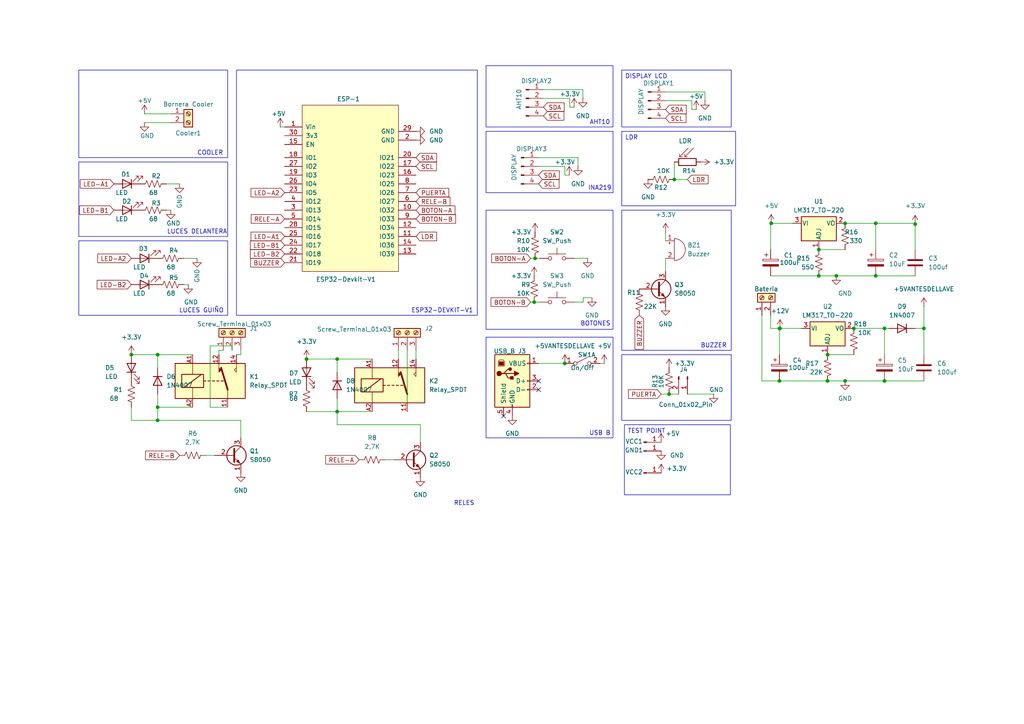
<source format=kicad_sch>
(kicad_sch (version 20231120) (generator "eeschema") (generator_version "8.0")
  (paper "A4")
  (lib_symbols
    (symbol "Connector:Conn_01x01_Pin" (pin_names (offset 1.016) hide)
      (property "Reference" "J" (at 0 2.54 0))
      (property "Value" "Conn_01x01_Pin" (at 0 -2.54 0))
      (symbol "Conn_01x01_Pin_1_1"
        (pin passive line (at 5.08 0 180) (length 3.81) (name "Pin_1") (number "1"))
      )
    )
    (symbol "Connector:Conn_01x02_Pin" (pin_names (offset 1.016) hide)
      (property "Reference" "J" (at 0 2.54 0))
      (property "Value" "Conn_01x02_Pin" (at 0 -5.08 0))
      (symbol "Conn_01x02_Pin_1_1"
        (pin passive line (at 5.08 0 180) (length 3.81) (name "Pin_1") (number "1"))
        (pin passive line (at 5.08 -2.54 180) (length 3.81) (name "Pin_2") (number "2"))
      )
    )
    (symbol "Connector:Conn_01x04_Pin" (pin_names (offset 1.016) hide)
      (property "Reference" "J" (at 0 5.08 0))
      (property "Value" "Conn_01x04_Pin" (at 0 -7.62 0))
      (symbol "Conn_01x04_Pin_1_1"
        (pin passive line (at 5.08 2.54 180) (length 3.81) (name "Pin_1") (number "1"))
        (pin passive line (at 5.08 0 180) (length 3.81) (name "Pin_2") (number "2"))
        (pin passive line (at 5.08 -2.54 180) (length 3.81) (name "Pin_3") (number "3"))
        (pin passive line (at 5.08 -5.08 180) (length 3.81) (name "Pin_4") (number "4"))
      )
    )
    (symbol "Connector:Screw_Terminal_01x02" (pin_names (offset 1.016) hide)
      (property "Reference" "J" (at 0 2.54 0))
      (property "Value" "Screw_Terminal_01x02" (at 0 -5.08 0))
      (symbol "Screw_Terminal_01x02_1_1"
        (pin passive line (at -5.08 0 0) (length 3.81) (name "Pin_1") (number "1"))
        (pin passive line (at -5.08 -2.54 0) (length 3.81) (name "Pin_2") (number "2"))
      )
    )
    (symbol "Connector:Screw_Terminal_01x03" (pin_names (offset 1.016) hide)
      (property "Reference" "J" (at 0 5.08 0))
      (property "Value" "Screw_Terminal_01x03" (at 0 -5.08 0))
      (symbol "Screw_Terminal_01x03_1_1"
        (pin passive line (at -5.08 2.54 0) (length 3.81) (name "Pin_1") (number "1"))
        (pin passive line (at -5.08 0 0) (length 3.81) (name "Pin_2") (number "2"))
        (pin passive line (at -5.08 -2.54 0) (length 3.81) (name "Pin_3") (number "3"))
      )
    )
    (symbol "Connector:USB_B" (pin_names (offset 1.016))
      (property "Reference" "J" (at -5.08 11.43 0))
      (property "Value" "USB_B" (at -5.08 8.89 0))
      (symbol "USB_B_1_1"
        (pin power_out line (at 7.62 5.08 180) (length 2.54) (name "VBUS") (number "1"))
        (pin bidirectional line (at 7.62 -2.54 180) (length 2.54) (name "D-") (number "2"))
        (pin bidirectional line (at 7.62 0 180) (length 2.54) (name "D+") (number "3"))
        (pin power_out line (at 0 -10.16 90) (length 2.54) (name "GND") (number "4"))
        (pin passive line (at -2.54 -10.16 90) (length 2.54) (name "Shield") (number "5"))
      )
    )
    (symbol "Device:Buzzer" (pin_names (offset 0.0254) hide)
      (property "Reference" "BZ" (at 3.81 1.27 0))
      (property "Value" "Buzzer" (at 3.81 -1.27 0))
      (symbol "Buzzer_1_1"
        (pin passive line (at -2.54 2.54 0) (length 2.54) (name "+") (number "1"))
        (pin passive line (at -2.54 -2.54 0) (length 2.54) (name "-") (number "2"))
      )
    )
    (symbol "Device:C" (pin_numbers hide) (pin_names (offset 0.254))
      (property "Reference" "C" (at 0.635 2.54 0))
      (property "Value" "C" (at 0.635 -2.54 0))
      (symbol "C_1_1"
        (pin passive line (at 0 3.81 270) (length 2.794) (name "~") (number "1"))
        (pin passive line (at 0 -3.81 90) (length 2.794) (name "~") (number "2"))
      )
    )
    (symbol "Device:C_Polarized" (pin_numbers hide) (pin_names (offset 0.254))
      (property "Reference" "C" (at 0.635 2.54 0))
      (property "Value" "C_Polarized" (at 0.635 -2.54 0))
      (symbol "C_Polarized_1_1"
        (pin passive line (at 0 3.81 270) (length 2.794) (name "~") (number "1"))
        (pin passive line (at 0 -3.81 90) (length 2.794) (name "~") (number "2"))
      )
    )
    (symbol "Device:LED" (pin_numbers hide) (pin_names (offset 1.016) hide)
      (property "Reference" "D" (at 0 2.54 0))
      (property "Value" "LED" (at 0 -2.54 0))
      (symbol "LED_1_1"
        (pin passive line (at -3.81 0 0) (length 2.54) (name "K") (number "1"))
        (pin passive line (at 3.81 0 180) (length 2.54) (name "A") (number "2"))
      )
    )
    (symbol "Device:R_US" (pin_numbers hide) (pin_names (offset 0))
      (property "Reference" "R" (at 2.54 0 90))
      (property "Value" "R_US" (at -2.54 0 90))
      (symbol "R_US_1_1"
        (pin passive line (at 0 3.81 270) (length 1.27) (name "~") (number "1"))
        (pin passive line (at 0 -3.81 90) (length 1.27) (name "~") (number "2"))
      )
    )
    (symbol "Diode:1N4007" (pin_numbers hide) (pin_names hide)
      (property "Reference" "D" (at 0 2.54 0))
      (property "Value" "1N4007" (at 0 -2.54 0))
      (symbol "1N4007_1_1"
        (pin passive line (at -3.81 0 0) (length 2.54) (name "K") (number "1"))
        (pin passive line (at 3.81 0 180) (length 2.54) (name "A") (number "2"))
      )
    )
    (symbol "Regulator_Linear:LM317_TO-220" (pin_names (offset 0.254))
      (property "Reference" "U" (at -3.81 3.175 0))
      (property "Value" "LM317_TO-220" (at 0 3.175 0))
      (symbol "LM317_TO-220_1_1"
        (pin input line (at 0 -7.62 90) (length 2.54) (name "ADJ") (number "1"))
        (pin power_out line (at 7.62 0 180) (length 2.54) (name "VO") (number "2"))
        (pin power_in line (at -7.62 0 0) (length 2.54) (name "VI") (number "3"))
      )
    )
    (symbol "Relay:Relay_SPDT"
      (property "Reference" "K" (at 11.43 3.81 0))
      (property "Value" "Relay_SPDT" (at 11.43 1.27 0))
      (symbol "Relay_SPDT_1_1"
        (pin passive line (at 5.08 -7.62 90) (length 2.54) (name "~") (number "11"))
        (pin passive line (at 2.54 7.62 270) (length 2.54) (name "~") (number "12"))
        (pin passive line (at 7.62 7.62 270) (length 2.54) (name "~") (number "14"))
        (pin passive line (at -5.08 7.62 270) (length 2.54) (name "~") (number "A1"))
        (pin passive line (at -5.08 -7.62 90) (length 2.54) (name "~") (number "A2"))
      )
    )
    (symbol "Sensor_Optical:A1050" (pin_numbers hide) (pin_names (offset 0))
      (property "Reference" "R" (at -5.08 0 90))
      (property "Value" "A1050" (at 1.905 0 90))
      (symbol "A1050_1_1"
        (pin passive line (at 0 3.81 270) (length 1.27) (name "~") (number "1"))
        (pin passive line (at 0 -3.81 90) (length 1.27) (name "~") (number "2"))
      )
    )
    (symbol "Switch:SW_DPST_x2" (pin_names (offset 0) hide)
      (property "Reference" "SW" (at 0 3.175 0))
      (property "Value" "SW_DPST_x2" (at 0 -2.54 0))
      (symbol "SW_DPST_x2_1_1"
        (pin passive line (at -5.08 0 0) (length 2.54) (name "A") (number "1"))
        (pin passive line (at 5.08 0 180) (length 2.54) (name "B") (number "2"))
      )
      (symbol "SW_DPST_x2_2_1"
        (pin passive line (at -5.08 0 0) (length 2.54) (name "A") (number "3"))
        (pin passive line (at 5.08 0 180) (length 2.54) (name "B") (number "4"))
      )
    )
    (symbol "Switch:SW_Push" (pin_numbers hide) (pin_names (offset 1.016) hide)
      (property "Reference" "SW" (at 1.27 2.54 0))
      (property "Value" "SW_Push" (at 0 -1.524 0))
      (symbol "SW_Push_0_1"
        (pin passive line (at -5.08 0 0) (length 2.54) (name "1") (number "1"))
        (pin passive line (at 5.08 0 180) (length 2.54) (name "2") (number "2"))
      )
    )
    (symbol "Transistor_BJT:S8050" (pin_names (offset 0) hide)
      (property "Reference" "Q" (at 5.08 1.905 0))
      (property "Value" "S8050" (at 5.08 0 0))
      (symbol "S8050_1_1"
        (pin passive line (at 2.54 -5.08 90) (length 2.54) (name "E") (number "1"))
        (pin input line (at -5.08 0 0) (length 5.08) (name "B") (number "2"))
        (pin passive line (at 2.54 5.08 270) (length 2.54) (name "C") (number "3"))
      )
    )
    (symbol "esp32-devkit-v1:ESP32-Devkit-V1" (pin_names (offset 1.016))
      (property "Reference" "U" (at 13.97 -21.59 0))
      (property "Value" "ESP32-Devkit-V1" (at 13.97 -2.54 0))
      (symbol "ESP32-Devkit-V1_1_1"
        (pin power_in line (at -5.08 -6.35 0) (length 5.08) (name "Vin") (number "1"))
        (pin bidirectional line (at 33.02 -30.48 180) (length 5.08) (name "IO32") (number "10"))
        (pin bidirectional line (at 33.02 -38.1 180) (length 5.08) (name "IO35") (number "11"))
        (pin bidirectional line (at 33.02 -35.56 180) (length 5.08) (name "IO34") (number "12"))
        (pin bidirectional line (at 33.02 -43.18 180) (length 5.08) (name "IO39") (number "13"))
        (pin bidirectional line (at 33.02 -40.64 180) (length 5.08) (name "IO36") (number "14"))
        (pin input line (at -5.08 -11.43 0) (length 5.08) (name "EN") (number "15"))
        (pin bidirectional line (at 33.02 -20.32 180) (length 5.08) (name "IO23") (number "16"))
        (pin bidirectional line (at 33.02 -17.78 180) (length 5.08) (name "IO22") (number "17"))
        (pin bidirectional line (at -5.08 -15.24 0) (length 5.08) (name "IO1") (number "18"))
        (pin bidirectional line (at -5.08 -20.32 0) (length 5.08) (name "IO3") (number "19"))
        (pin power_out line (at 33.02 -10.16 180) (length 5.08) (name "GND") (number "2"))
        (pin bidirectional line (at 33.02 -15.24 180) (length 5.08) (name "IO21") (number "20"))
        (pin bidirectional line (at -5.08 -45.72 0) (length 5.08) (name "IO19") (number "21"))
        (pin bidirectional line (at -5.08 -43.18 0) (length 5.08) (name "IO18") (number "22"))
        (pin bidirectional line (at -5.08 -25.4 0) (length 5.08) (name "IO5") (number "23"))
        (pin bidirectional line (at -5.08 -40.64 0) (length 5.08) (name "IO17") (number "24"))
        (pin bidirectional line (at -5.08 -38.1 0) (length 5.08) (name "IO16") (number "25"))
        (pin bidirectional line (at -5.08 -22.86 0) (length 5.08) (name "IO4") (number "26"))
        (pin bidirectional line (at -5.08 -17.78 0) (length 5.08) (name "IO2") (number "27"))
        (pin bidirectional line (at -5.08 -35.56 0) (length 5.08) (name "IO15") (number "28"))
        (pin power_out line (at 33.02 -7.62 180) (length 5.08) (name "GND") (number "29"))
        (pin bidirectional line (at -5.08 -30.48 0) (length 5.08) (name "IO13") (number "3"))
        (pin power_out line (at -5.08 -8.89 0) (length 5.08) (name "3v3") (number "30"))
        (pin bidirectional line (at -5.08 -27.94 0) (length 5.08) (name "IO12") (number "4"))
        (pin bidirectional line (at -5.08 -33.02 0) (length 5.08) (name "IO14") (number "5"))
        (pin bidirectional line (at 33.02 -27.94 180) (length 5.08) (name "IO27") (number "6"))
        (pin bidirectional line (at 33.02 -25.4 180) (length 5.08) (name "IO26") (number "7"))
        (pin bidirectional line (at 33.02 -22.86 180) (length 5.08) (name "IO25") (number "8"))
        (pin bidirectional line (at 33.02 -33.02 180) (length 5.08) (name "IO33") (number "9"))
      )
    )
    (symbol "power:+3.3V" (power) (pin_numbers hide) (pin_names (offset 0) hide)
      (property "Value" "+3.3V" (at 0 3.556 0))
      (symbol "+3.3V_1_1"
        (pin power_in line (at 0 0 90) (length 0) (name "~") (number "1"))
      )
    )
    (symbol "power:+5V" (power) (pin_numbers hide) (pin_names (offset 0) hide)
      (property "Value" "+5V" (at 0 3.556 0))
      (symbol "+5V_1_1"
        (pin power_in line (at 0 0 90) (length 0) (name "~") (number "1"))
      )
    )
    (symbol "power:GND" (power) (pin_numbers hide) (pin_names (offset 0) hide)
      (property "Value" "GND" (at 0 -3.81 0))
      (symbol "GND_1_1"
        (pin power_in line (at 0 0 270) (length 0) (name "~") (number "1"))
      )
    )
  )
  (junction (at 256.54 95.25))
  (junction (at 240.03 110.49))
  (junction (at 194.056 114.3))
  (junction (at 45.72 118.11))
  (junction (at 88.9 104.14))
  (junction (at 242.57 80.01))
  (junction (at 45.72 121.92))
  (junction (at 254 64.77))
  (junction (at 154.94 87.63))
  (junction (at 245.11 110.49))
  (junction (at 38.1 102.87))
  (junction (at 97.79 104.14))
  (junction (at 265.43 65.0001))
  (junction (at 267.97 95.25))
  (junction (at 163.83 105.41))
  (junction (at 254 80.01))
  (junction (at 97.79 119.38))
  (junction (at 226.06 110.49))
  (junction (at 245.11 64.77))
  (junction (at 223.686 64.77))
  (junction (at 247.65 95.25))
  (junction (at 226.06 95.25))
  (junction (at 45.72 102.87))
  (junction (at 155.194 74.93))
  (junction (at 226.226 95.25))
  (junction (at 256.54 110.49))
  (junction (at 237.49 80.01))
  (junction (at 240.03 102.87))
  (junction (at 237.49 72.39))
  (junction (at 195.58 52.07))
  (no_connect (at 156.21 110.49))
  (no_connect (at 146.05 120.65))
  (no_connect (at 156.21 113.03))
  (wire (pts (xy 220.98 91.44) (xy 220.98 110.49)))
  (wire (pts (xy 226.226 95.25) (xy 226.06 95.25)))
  (wire (pts (xy 97.79 104.14) (xy 97.79 107.95)))
  (wire (pts (xy 169.164 87.63) (xy 166.624 87.63)))
  (wire (pts (xy 265.43 64.77) (xy 254 64.77)))
  (wire (pts (xy 200.66 29.21) (xy 193.04 29.21)))
  (wire (pts (xy 204.47 29.21) (xy 204.47 26.67)))
  (wire (pts (xy 45.72 102.87) (xy 45.72 106.68)))
  (wire (pts (xy 118.11 101.6) (xy 118.11 119.38)))
  (wire (pts (xy 49.53 60.96) (xy 48.26 60.96)))
  (wire (pts (xy 115.57 101.6) (xy 115.57 104.14)))
  (wire (pts (xy 240.03 110.49) (xy 245.11 110.49)))
  (wire (pts (xy 165.2503 28.535) (xy 157.6303 28.535)))
  (wire (pts (xy 229.87 64.77) (xy 223.686 64.77)))
  (wire (pts (xy 121.92 123.19) (xy 97.79 123.19)))
  (wire (pts (xy 193.04 74.93) (xy 193.04 78.74)))
  (wire (pts (xy 265.43 65.0001) (xy 265.43 64.77)))
  (wire (pts (xy 57.15 74.93) (xy 53.34 74.93)))
  (wire (pts (xy 88.9 119.38) (xy 97.79 119.38)))
  (wire (pts (xy 256.54 110.49) (xy 267.97 110.49)))
  (wire (pts (xy 254 72.39) (xy 254 64.77)))
  (wire (pts (xy 38.1 102.87) (xy 45.72 102.87)))
  (wire (pts (xy 107.95 119.38) (xy 97.79 119.38)))
  (wire (pts (xy 165.1 50.8) (xy 163.83 50.8)))
  (wire (pts (xy 97.79 119.38) (xy 97.79 115.57)))
  (wire (pts (xy 107.95 104.14) (xy 97.79 104.14)))
  (wire (pts (xy 169.164 86.36) (xy 169.164 87.63)))
  (wire (pts (xy 223.52 80.01) (xy 237.49 80.01)))
  (wire (pts (xy 256.54 95.25) (xy 257.81 95.25)))
  (wire (pts (xy 68.58 102.87) (xy 69.85 102.87)))
  (wire (pts (xy 120.65 101.6) (xy 120.65 104.14)))
  (wire (pts (xy 240.03 102.87) (xy 247.65 102.87)))
  (wire (pts (xy 200.66 31.75) (xy 200.66 29.21)))
  (wire (pts (xy 204.47 26.67) (xy 193.04 26.67)))
  (wire (pts (xy 54.61 82.55) (xy 53.34 82.55)))
  (wire (pts (xy 195.58 46.99) (xy 195.58 52.07)))
  (wire (pts (xy 81.28 36.83) (xy 82.55 36.83)))
  (wire (pts (xy 163.83 50.8) (xy 163.83 48.26)))
  (wire (pts (xy 60.96 100.33) (xy 60.96 118.11)))
  (wire (pts (xy 38.1 121.92) (xy 45.72 121.92)))
  (wire (pts (xy 111.76 133.35) (xy 114.3 133.35)))
  (wire (pts (xy 52.07 53.34) (xy 48.26 53.34)))
  (wire (pts (xy 59.69 132.08) (xy 62.23 132.08)))
  (wire (pts (xy 154.94 87.63) (xy 156.464 87.63)))
  (wire (pts (xy 226.06 110.49) (xy 240.03 110.49)))
  (wire (pts (xy 256.54 102.87) (xy 256.54 95.25)))
  (wire (pts (xy 169.0603 28.535) (xy 169.0603 25.995)))
  (wire (pts (xy 232.41 95.25) (xy 226.226 95.25)))
  (wire (pts (xy 265.43 72.39) (xy 265.43 65.0001)))
  (wire (pts (xy 155.194 74.93) (xy 156.464 74.93)))
  (wire (pts (xy 41.91 35.56) (xy 49.53 35.56)))
  (wire (pts (xy 38.1 118.11) (xy 38.1 121.92)))
  (wire (pts (xy 67.31 101.6) (xy 67.31 100.33)))
  (wire (pts (xy 223.52 95.25) (xy 226.06 95.25)))
  (wire (pts (xy 169.0603 25.995) (xy 157.6303 25.995)))
  (wire (pts (xy 63.5 101.6) (xy 63.5 102.87)))
  (wire (pts (xy 254 80.01) (xy 265.43 80.01)))
  (wire (pts (xy 69.85 102.87) (xy 69.85 101.6)))
  (wire (pts (xy 166.5203 31.075) (xy 165.2503 31.075)))
  (wire (pts (xy 237.49 80.01) (xy 242.57 80.01)))
  (wire (pts (xy 223.52 64.77) (xy 223.52 72.39)))
  (wire (pts (xy 199.39 114.3) (xy 207.01 114.3)))
  (wire (pts (xy 69.85 127) (xy 69.85 121.92)))
  (wire (pts (xy 226.06 95.25) (xy 226.06 102.87)))
  (wire (pts (xy 60.96 118.11) (xy 66.04 118.11)))
  (wire (pts (xy 167.64 45.72) (xy 156.21 45.72)))
  (wire (pts (xy 223.52 91.44) (xy 223.52 95.25)))
  (wire (pts (xy 153.924 74.93) (xy 155.194 74.93)))
  (wire (pts (xy 41.91 33.02) (xy 49.53 33.02)))
  (wire (pts (xy 191.77 114.3) (xy 194.056 114.3)))
  (wire (pts (xy 55.88 118.11) (xy 45.72 118.11)))
  (wire (pts (xy 167.64 48.26) (xy 167.64 45.72)))
  (wire (pts (xy 165.2503 31.075) (xy 165.2503 28.535)))
  (wire (pts (xy 245.11 110.49) (xy 256.54 110.49)))
  (wire (pts (xy 254 64.77) (xy 245.11 64.77)))
  (wire (pts (xy 45.72 121.92) (xy 45.72 118.11)))
  (wire (pts (xy 242.57 80.01) (xy 254 80.01)))
  (wire (pts (xy 237.49 72.39) (xy 245.11 72.39)))
  (wire (pts (xy 267.97 95.25) (xy 267.97 102.87)))
  (wire (pts (xy 69.85 121.92) (xy 45.72 121.92)))
  (wire (pts (xy 156.21 105.41) (xy 163.83 105.41)))
  (wire (pts (xy 88.9 104.14) (xy 97.79 104.14)))
  (wire (pts (xy 64.77 101.6) (xy 63.5 101.6)))
  (wire (pts (xy 45.72 118.11) (xy 45.72 114.3)))
  (wire (pts (xy 67.31 100.33) (xy 60.96 100.33)))
  (wire (pts (xy 163.83 48.26) (xy 156.21 48.26)))
  (wire (pts (xy 153.924 87.63) (xy 154.94 87.63)))
  (wire (pts (xy 226.06 110.49) (xy 220.98 110.49)))
  (wire (pts (xy 201.93 31.75) (xy 200.66 31.75)))
  (wire (pts (xy 194.056 114.3) (xy 196.85 114.3)))
  (wire (pts (xy 55.88 102.87) (xy 45.72 102.87)))
  (wire (pts (xy 223.686 64.77) (xy 223.52 64.77)))
  (wire (pts (xy 267.97 95.25) (xy 267.97 88.9)))
  (wire (pts (xy 169.164 86.36) (xy 171.704 86.36)))
  (wire (pts (xy 199.39 52.07) (xy 195.58 52.07)))
  (wire (pts (xy 265.43 95.25) (xy 267.97 95.25)))
  (wire (pts (xy 193.04 67.31) (xy 193.04 69.85)))
  (wire (pts (xy 97.79 123.19) (xy 97.79 119.38)))
  (wire (pts (xy 166.624 74.93) (xy 170.434 74.93)))
  (wire (pts (xy 175.26 105.41) (xy 173.99 105.41)))
  (wire (pts (xy 256.54 95.25) (xy 247.65 95.25)))
  (wire (pts (xy 121.92 128.27) (xy 121.92 123.19)))
  (rectangle (start 180.34 60.96) (end 212.09 101.6))
  (rectangle (start 140.97 19.05) (end 177.8 36.83))
  (rectangle (start 180.34 102.87) (end 212.09 121.92))
  (rectangle (start 22.86 69.85) (end 66.04 91.44))
  (rectangle (start 22.86 46.99) (end 66.04 68.58))
  (rectangle (start 140.97 97.79) (end 177.8 127))
  (rectangle (start 22.86 20.32) (end 66.04 45.72))
  (rectangle (start 140.97 38.1) (end 177.8 55.88))
  (rectangle (start 68.58 20.32) (end 138.43 91.44))
  (rectangle (start 140.97 60.96) (end 177.8 95.504))
  (text_box "TEST POINT\n" (at 181.102 123.19 0) (size 30.734 20.32) (effects (font (size 1.27 1.27)) (justify left top)))
  (text_box "LDR\n" (at 180.34 38.1 0) (size 33.02 21.59) (effects (font (size 1.27 1.27)) (justify left top)))
  (text_box "DISPLAY LCD" (at 180.34 20.32 0) (size 31.75 16.51) (effects (font (size 1.27 1.27)) (justify left top)))
  (text "INA219" (at 173.99 54.61 0) (effects (font (size 1.27 1.27))))
  (text "LUCES DELANTERA" (at 57.15 67.31 0) (effects (font (size 1.27 1.27))))
  (text "LUCES GUIÑO" (at 58.42 90.17 0) (effects (font (size 1.27 1.27))))
  (text "ESP32-DEVKIT-V1" (at 128.27 90.17 0) (effects (font (size 1.27 1.27))))
  (text "RELES\n" (at 134.62 146.05 0) (effects (font (size 1.27 1.27))))
  (text "USB B" (at 173.99 125.73 0) (effects (font (size 1.27 1.27))))
  (text "COOLER" (at 60.96 44.45 0) (effects (font (size 1.27 1.27))))
  (text "BOTONES\n" (at 172.72 93.98 0) (effects (font (size 1.27 1.27))))
  (text "BUZZER" (at 207.01 100.33 0) (effects (font (size 1.27 1.27))))
  (text "AHT10" (at 173.99 35.56 0) (effects (font (size 1.27 1.27))))
  (global_label "LED-A1" (shape input) (at 82.55 68.58 180) (property "Intersheetrefs" "${INTERSHEET_REFS}" (effects (hide yes))))
  (global_label "SDA" (shape input) (at 156.21 50.8 0) (property "Intersheetrefs" "${INTERSHEET_REFS}" (effects (hide yes))))
  (global_label "BOTON-A" (shape input) (at 120.65 60.96 0) (property "Intersheetrefs" "${INTERSHEET_REFS}" (effects (hide yes))))
  (global_label "PUERTA" (shape input) (at 191.77 114.3 180) (property "Intersheetrefs" "${INTERSHEET_REFS}" (effects (hide yes))))
  (global_label "SDA" (shape input) (at 193.04 31.75 0) (property "Intersheetrefs" "${INTERSHEET_REFS}" (effects (hide yes))))
  (global_label "RELE-A" (shape input) (at 104.14 133.35 180) (property "Intersheetrefs" "${INTERSHEET_REFS}" (effects (hide yes))))
  (global_label "SDA" (shape input) (at 120.65 45.72 0) (property "Intersheetrefs" "${INTERSHEET_REFS}" (effects (hide yes))))
  (global_label "BOTON-B" (shape input) (at 120.65 63.5 0) (property "Intersheetrefs" "${INTERSHEET_REFS}" (effects (hide yes))))
  (global_label "SDA" (shape input) (at 157.6303 31.075 0) (property "Intersheetrefs" "${INTERSHEET_REFS}" (effects (hide yes))))
  (global_label "RELE-A" (shape input) (at 82.55 63.5 180) (property "Intersheetrefs" "${INTERSHEET_REFS}" (effects (hide yes))))
  (global_label "LED-A2" (shape input) (at 38.1 74.93 180) (property "Intersheetrefs" "${INTERSHEET_REFS}" (effects (hide yes))))
  (global_label "BUZZER" (shape input) (at 82.55 76.2 180) (property "Intersheetrefs" "${INTERSHEET_REFS}" (effects (hide yes))))
  (global_label "SCL" (shape input) (at 193.04 34.29 0) (property "Intersheetrefs" "${INTERSHEET_REFS}" (effects (hide yes))))
  (global_label "SCL" (shape input) (at 157.6303 33.615 0) (property "Intersheetrefs" "${INTERSHEET_REFS}" (effects (hide yes))))
  (global_label "LDR" (shape input) (at 120.65 68.58 0) (property "Intersheetrefs" "${INTERSHEET_REFS}" (effects (hide yes))))
  (global_label "LED-B1" (shape input) (at 33.02 60.96 180) (property "Intersheetrefs" "${INTERSHEET_REFS}" (effects (hide yes))))
  (global_label "LDR" (shape input) (at 199.39 52.07 0) (property "Intersheetrefs" "${INTERSHEET_REFS}" (effects (hide yes))))
  (global_label "LED-B1" (shape input) (at 82.55 71.12 180) (property "Intersheetrefs" "${INTERSHEET_REFS}" (effects (hide yes))))
  (global_label "LED-A1" (shape input) (at 33.02 53.34 180) (property "Intersheetrefs" "${INTERSHEET_REFS}" (effects (hide yes))))
  (global_label "BUZZER" (shape input) (at 185.42 91.44 270) (property "Intersheetrefs" "${INTERSHEET_REFS}" (effects (hide yes))))
  (global_label "BOTON-A" (shape input) (at 153.924 74.93 180) (property "Intersheetrefs" "${INTERSHEET_REFS}" (effects (hide yes))))
  (global_label "SCL" (shape input) (at 156.21 53.34 0) (property "Intersheetrefs" "${INTERSHEET_REFS}" (effects (hide yes))))
  (global_label "BOTON-B" (shape input) (at 153.924 87.63 180) (property "Intersheetrefs" "${INTERSHEET_REFS}" (effects (hide yes))))
  (global_label "PUERTA" (shape input) (at 120.65 55.88 0) (property "Intersheetrefs" "${INTERSHEET_REFS}" (effects (hide yes))))
  (global_label "SCL" (shape input) (at 120.65 48.26 0) (property "Intersheetrefs" "${INTERSHEET_REFS}" (effects (hide yes))))
  (global_label "RELE-B" (shape input) (at 120.65 58.42 0) (property "Intersheetrefs" "${INTERSHEET_REFS}" (effects (hide yes))))
  (global_label "RELE-B" (shape input) (at 52.07 132.08 180) (property "Intersheetrefs" "${INTERSHEET_REFS}" (effects (hide yes))))
  (global_label "LED-B2" (shape input) (at 38.1 82.55 180) (property "Intersheetrefs" "${INTERSHEET_REFS}" (effects (hide yes))))
  (global_label "LED-A2" (shape input) (at 82.55 55.88 180) (property "Intersheetrefs" "${INTERSHEET_REFS}" (effects (hide yes))))
  (global_label "LED-B2" (shape input) (at 82.55 73.66 180) (property "Intersheetrefs" "${INTERSHEET_REFS}" (effects (hide yes))))
  (symbol (lib_id "power:+5V") (at 81.28 36.83 0) (unit 1)
    (property "Reference" "#PWR010" (effects (hide yes)))
    (property "Value" "+5V" (at 78.74 33.02 0) (effects (justify left)))
    (property "Description" "Power symbol creates a global label with name \"+5V\"" (effects (hide yes)))
  )
  (symbol (lib_id "power:GND") (at 242.57 80.01 0) (unit 1)
    (property "Reference" "#PWR018" (effects (hide yes)))
    (property "Value" "GND" (at 245.11 85.09 0))
    (property "Description" "Power symbol creates a global label with name \"GND\" , ground" (effects (hide yes)))
  )
  (symbol (lib_id "Device:R_US") (at 240.03 106.68 0) (mirror y) (unit 1)
    (property "Reference" "R17" (at 237.49 105.4099 0) (effects (justify left)))
    (property "Value" "22K" (at 238.76 107.95 0) (effects (justify left)))
    (property "Footprint" "Resistor_THT:R_Axial_DIN0207_L6.3mm_D2.5mm_P10.16mm_Horizontal" (effects (hide yes)))
    (property "Description" "Resistor, US symbol" (effects (hide yes)))
  )
  (symbol (lib_id "Connector:Screw_Terminal_01x02") (at 54.61 33.02 0) (unit 1)
    (property "Reference" "Cooler1" (at 54.61 38.608 0))
    (property "Value" "Bornera Cooler" (at 54.61 30.226 0))
    (property "Footprint" "TerminalBlock:TerminalBlock_bornier-2_P5.08mm" (effects (hide yes)))
    (property "Description" "Generic screw terminal, single row, 01x02, script generated (kicad-library-utils/schlib/autogen/connector/)" (effects (hide yes)))
  )
  (symbol (lib_id "Device:R_US") (at 49.53 74.93 270) (unit 1)
    (property "Reference" "R4" (at 49.022 72.644 90) (effects (justify left)))
    (property "Value" "68" (at 48.2601 77.47 90) (effects (justify left)))
    (property "Footprint" "Resistor_THT:R_Axial_DIN0207_L6.3mm_D2.5mm_P10.16mm_Horizontal" (effects (hide yes)))
    (property "Description" "Resistor, US symbol" (effects (hide yes)))
  )
  (symbol (lib_id "Transistor_BJT:S8050") (at 67.31 132.08 0) (unit 1)
    (property "Reference" "Q1" (at 72.39 130.8099 0) (effects (justify left)))
    (property "Value" "S8050" (at 72.39 133.3499 0) (effects (justify left)))
    (property "Footprint" "Package_TO_SOT_THT:TO-92_Inline" (effects (hide yes)))
    (property "Datasheet" "http://www.unisonic.com.tw/datasheet/S8050.pdf" (effects (hide yes)))
    (property "Description" "0.7A Ic, 20V Vce, Low Voltage High Current NPN Transistor, TO-92" (effects (hide yes)))
  )
  (symbol (lib_id "power:+3.3V") (at 203.2 46.99 270) (unit 1)
    (property "Reference" "#PWR037" (effects (hide yes)))
    (property "Value" "+3.3V" (at 207.01 46.9899 90) (effects (justify left)))
    (property "Description" "Power symbol creates a global label with name \"+3.3V\"" (effects (hide yes)))
  )
  (symbol (lib_id "Device:R_US") (at 38.1 114.3 0) (unit 1)
    (property "Reference" "R1" (at 34.29 113.03 0))
    (property "Value" "68" (at 31.75 115.57 0) (effects (justify left)))
    (property "Footprint" "Resistor_THT:R_Axial_DIN0207_L6.3mm_D2.5mm_P10.16mm_Horizontal" (effects (hide yes)))
    (property "Description" "Resistor, US symbol" (effects (hide yes)))
  )
  (symbol (lib_id "Device:R_US") (at 88.9 115.57 0) (unit 1)
    (property "Reference" "R7" (at 85.09 114.3 0))
    (property "Value" "68" (at 83.82 115.57 0) (effects (justify left)))
    (property "Footprint" "Resistor_THT:R_Axial_DIN0207_L6.3mm_D2.5mm_P10.16mm_Horizontal" (effects (hide yes)))
    (property "Description" "Resistor, US symbol" (effects (hide yes)))
  )
  (symbol (lib_id "power:+5V") (at 226.226 95.25 0) (unit 1)
    (property "Reference" "#PWR025" (effects (hide yes)))
    (property "Value" "+12V" (at 226.226 90.17 0))
    (property "Description" "Power symbol creates a global label with name \"+5V\"" (effects (hide yes)))
  )
  (symbol (lib_id "Transistor_BJT:S8050") (at 190.5 83.82 0) (unit 1)
    (property "Reference" "Q3" (at 195.58 82.5499 0) (effects (justify left)))
    (property "Value" "S8050" (at 195.58 85.0899 0) (effects (justify left)))
    (property "Footprint" "Package_TO_SOT_THT:TO-92_Inline" (effects (hide yes)))
    (property "Datasheet" "http://www.unisonic.com.tw/datasheet/S8050.pdf" (effects (hide yes)))
    (property "Description" "0.7A Ic, 20V Vce, Low Voltage High Current NPN Transistor, TO-92" (effects (hide yes)))
  )
  (symbol (lib_id "Device:R_US") (at 237.49 76.2 0) (mirror y) (unit 1)
    (property "Reference" "R15" (at 234.95 74.9299 0) (effects (justify left)))
    (property "Value" "550" (at 236.22 77.47 0) (effects (justify left)))
    (property "Footprint" "Resistor_THT:R_Axial_DIN0207_L6.3mm_D2.5mm_P10.16mm_Horizontal" (effects (hide yes)))
    (property "Description" "Resistor, US symbol" (effects (hide yes)))
  )
  (symbol (lib_id "power:GND") (at 245.11 110.49 0) (unit 1)
    (property "Reference" "#PWR033" (effects (hide yes)))
    (property "Value" "GND" (at 245.11 115.57 0))
    (property "Description" "Power symbol creates a global label with name \"GND\" , ground" (effects (hide yes)))
  )
  (symbol (lib_id "Connector:Conn_01x01_Pin") (at 186.69 137.16 0) (unit 1)
    (property "Reference" "VCC2" (at 183.896 136.906 0))
    (property "Value" "Conn_01x01_Pin" (effects (hide yes)))
    (property "Footprint" "Connector_PinHeader_2.54mm:PinHeader_1x01_P2.54mm_Vertical" (effects (hide yes)))
    (property "Description" "Generic connector, single row, 01x01, script generated" (effects (hide yes)))
  )
  (symbol (lib_id "Device:Buzzer") (at 195.58 72.39 0) (unit 1)
    (property "Reference" "BZ1" (at 199.39 71.1199 0) (effects (justify left)))
    (property "Value" "Buzzer" (at 199.39 73.6599 0) (effects (justify left)))
    (property "Footprint" "Buzzer_Beeper:Buzzer_12x9.5RM7.6" (effects (hide yes)))
    (property "Description" "Buzzer, polarized" (effects (hide yes)))
  )
  (symbol (lib_id "power:+3.3V") (at 265.43 65.0001 0) (unit 1)
    (property "Reference" "#PWR011" (effects (hide yes)))
    (property "Value" "+3.3V" (at 265.43 59.69 0))
    (property "Description" "Power symbol creates a global label with name \"+3.3V\"" (effects (hide yes)))
  )
  (symbol (lib_id "power:+3.3V") (at 191.77 137.16 0) (mirror y) (unit 1)
    (property "Reference" "#PWR012" (effects (hide yes)))
    (property "Value" "+3.3V" (at 193.294 135.8899 0) (effects (justify right)))
    (property "Description" "Power symbol creates a global label with name \"+3.3V\"" (effects (hide yes)))
  )
  (symbol (lib_id "Connector:Screw_Terminal_01x03") (at 67.31 96.52 90) (unit 1)
    (property "Reference" "J1" (at 72.39 95.2499 90) (effects (justify right)))
    (property "Value" "Screw_Terminal_01x03" (at 57.15 93.98 90) (effects (justify right)))
    (property "Footprint" "TerminalBlock:TerminalBlock_bornier-3_P5.08mm" (effects (hide yes)))
    (property "Description" "Generic screw terminal, single row, 01x03, script generated (kicad-library-utils/schlib/autogen/connector/)" (effects (hide yes)))
  )
  (symbol (lib_id "Device:R_US") (at 44.45 53.34 270) (unit 1)
    (property "Reference" "R2" (at 43.942 51.054 90) (effects (justify left)))
    (property "Value" "68" (at 43.1801 55.88 90) (effects (justify left)))
    (property "Footprint" "Resistor_THT:R_Axial_DIN0207_L6.3mm_D2.5mm_P10.16mm_Horizontal" (effects (hide yes)))
    (property "Description" "Resistor, US symbol" (effects (hide yes)))
  )
  (symbol (lib_id "power:GND") (at 57.15 74.93 0) (unit 1)
    (property "Reference" "#PWR08" (effects (hide yes)))
    (property "Value" "GND" (at 57.15 80.01 90))
    (property "Description" "Power symbol creates a global label with name \"GND\" , ground" (effects (hide yes)))
  )
  (symbol (lib_id "Device:C") (at 267.97 106.68 0) (unit 1)
    (property "Reference" "C6" (at 271.78 105.4099 0) (effects (justify left)))
    (property "Value" "100uf" (at 271.78 107.9499 0) (effects (justify left)))
    (property "Footprint" "Capacitor_THT:C_Disc_D7.5mm_W4.4mm_P5.00mm" (effects (hide yes)))
    (property "Description" "Unpolarized capacitor" (effects (hide yes)))
  )
  (symbol (lib_id "Device:C_Polarized") (at 226.06 106.68 0) (unit 1)
    (property "Reference" "C4" (at 229.87 104.5209 0) (effects (justify left)))
    (property "Value" "100uF" (at 228.6469 106.6363 0) (effects (justify left)))
    (property "Footprint" "Capacitor_THT:CP_Radial_D6.3mm_P2.50mm" (effects (hide yes)))
    (property "Description" "Polarized capacitor" (effects (hide yes)))
  )
  (symbol (lib_id "Device:R_US") (at 245.11 68.58 0) (mirror x) (unit 1)
    (property "Reference" "R16" (at 248.92 67.31 0) (effects (justify right)))
    (property "Value" "330" (at 250.19 69.85 0) (effects (justify right)))
    (property "Footprint" "Resistor_THT:R_Axial_DIN0207_L6.3mm_D2.5mm_P10.16mm_Horizontal" (effects (hide yes)))
    (property "Description" "Resistor, US symbol" (effects (hide yes)))
  )
  (symbol (lib_id "power:GND") (at 49.53 60.96 0) (unit 1)
    (property "Reference" "#PWR07" (effects (hide yes)))
    (property "Value" "GND" (at 48.26 64.77 0) (effects (justify left)))
    (property "Description" "Power symbol creates a global label with name \"GND\" , ground" (effects (hide yes)))
  )
  (symbol (lib_id "Diode:1N4007") (at 45.72 110.49 270) (unit 1)
    (property "Reference" "D6" (at 48.26 109.2199 90) (effects (justify left)))
    (property "Value" "1N4007" (at 48.26 111.7599 90) (effects (justify left)))
    (property "Footprint" "Diode_THT:D_DO-41_SOD81_P10.16mm_Horizontal" (effects (hide yes)))
    (property "Datasheet" "http://www.vishay.com/docs/88503/1n4001.pdf" (effects (hide yes)))
    (property "Description" "1000V 1A General Purpose Rectifier Diode, DO-41" (effects (hide yes)))
    (property "Sim.Device" "D" (effects (hide yes)))
    (property "Sim.Pins" "1=K 2=A" (effects (hide yes)))
  )
  (symbol (lib_id "power:+3.3V") (at 193.04 67.31 0) (unit 1)
    (property "Reference" "#PWR034" (effects (hide yes)))
    (property "Value" "+3.3V" (at 193.04 62.23 0))
    (property "Description" "Power symbol creates a global label with name \"+3.3V\"" (effects (hide yes)))
  )
  (symbol (lib_id "Transistor_BJT:S8050") (at 119.38 133.35 0) (unit 1)
    (property "Reference" "Q2" (at 124.46 132.0799 0) (effects (justify left)))
    (property "Value" "S8050" (at 124.46 134.6199 0) (effects (justify left)))
    (property "Footprint" "Package_TO_SOT_THT:TO-92_Inline" (effects (hide yes)))
    (property "Datasheet" "http://www.unisonic.com.tw/datasheet/S8050.pdf" (effects (hide yes)))
    (property "Description" "0.7A Ic, 20V Vce, Low Voltage High Current NPN Transistor, TO-92" (effects (hide yes)))
  )
  (symbol (lib_id "power:+5V") (at 201.93 31.75 0) (unit 1)
    (property "Reference" "#PWR04" (effects (hide yes)))
    (property "Value" "+5V" (at 201.93 27.94 0))
    (property "Description" "Power symbol creates a global label with name \"+5V\"" (effects (hide yes)))
  )
  (symbol (lib_id "Connector:Conn_01x04_Pin") (at 152.5503 28.535 0) (unit 1)
    (property "Reference" "DISPLAY2" (at 155.5983 23.455 0))
    (property "Value" "AHT10" (at 150.5183 28.789 90))
    (property "Footprint" "Connector_Molex:Molex_KK-254_AE-6410-04A_1x04_P2.54mm_Vertical" (effects (hide yes)))
    (property "Description" "Generic connector, single row, 01x04, script generated" (effects (hide yes)))
  )
  (symbol (lib_id "power:GND") (at 170.434 74.93 0) (unit 1)
    (property "Reference" "#PWR028" (effects (hide yes)))
    (property "Value" "GND" (at 170.434 80.01 0))
    (property "Description" "Power symbol creates a global label with name \"GND\" , ground" (effects (hide yes)))
  )
  (symbol (lib_id "power:GND") (at 167.64 48.26 0) (unit 1)
    (property "Reference" "#PWR024" (effects (hide yes)))
    (property "Value" "GND" (at 167.64 53.34 0))
    (property "Description" "Power symbol creates a global label with name \"GND\" , ground" (effects (hide yes)))
  )
  (symbol (lib_id "Device:R_US") (at 194.056 110.49 0) (mirror y) (unit 1)
    (property "Reference" "R13" (at 189.9957 108.6751 90) (effects (justify right)))
    (property "Value" "10K" (at 191.77 108.712 90) (effects (justify right)))
    (property "Footprint" "Resistor_THT:R_Axial_DIN0207_L6.3mm_D2.5mm_P10.16mm_Horizontal" (effects (hide yes)))
    (property "Description" "Resistor, US symbol" (effects (hide yes)))
  )
  (symbol (lib_id "power:+5V") (at 267.97 88.9 0) (unit 1)
    (property "Reference" "#PWR043" (effects (hide yes)))
    (property "Value" "+5VANTESDELLAVE" (at 267.97 83.82 0))
    (property "Description" "Power symbol creates a global label with name \"+5V\"" (effects (hide yes)))
  )
  (symbol (lib_id "Device:R_US") (at 191.77 52.07 270) (unit 1)
    (property "Reference" "R12" (at 189.738 54.356 90) (effects (justify left)))
    (property "Value" "10K" (at 190.5 49.53 90) (effects (justify left)))
    (property "Footprint" "Resistor_THT:R_Axial_DIN0207_L6.3mm_D2.5mm_P10.16mm_Horizontal" (effects (hide yes)))
    (property "Description" "Resistor, US symbol" (effects (hide yes)))
  )
  (symbol (lib_id "power:+3.3V") (at 154.94 80.01 0) (mirror y) (unit 1)
    (property "Reference" "#PWR021" (effects (hide yes)))
    (property "Value" "+3.3V" (at 151.13 80.01 0))
    (property "Description" "Power symbol creates a global label with name \"+3.3V\"" (effects (hide yes)))
  )
  (symbol (lib_id "Connector:Conn_01x01_Pin") (at 186.69 128.27 0) (unit 1)
    (property "Reference" "VCC1" (at 183.896 128.016 0))
    (property "Value" "Conn_01x01_Pin" (effects (hide yes)))
    (property "Footprint" "Connector_PinHeader_2.54mm:PinHeader_1x01_P2.54mm_Vertical" (effects (hide yes)))
    (property "Description" "Generic connector, single row, 01x01, script generated" (effects (hide yes)))
  )
  (symbol (lib_id "power:+3.3V") (at 155.194 67.31 0) (mirror y) (unit 1)
    (property "Reference" "#PWR022" (effects (hide yes)))
    (property "Value" "+3.3V" (at 151.13 67.31 0))
    (property "Description" "Power symbol creates a global label with name \"+3.3V\"" (effects (hide yes)))
  )
  (symbol (lib_id "Diode:1N4007") (at 97.79 111.76 270) (unit 1)
    (property "Reference" "D8" (at 100.33 110.4899 90) (effects (justify left)))
    (property "Value" "1N4007" (at 100.33 113.0299 90) (effects (justify left)))
    (property "Footprint" "Diode_THT:D_DO-41_SOD81_P10.16mm_Horizontal" (effects (hide yes)))
    (property "Datasheet" "http://www.vishay.com/docs/88503/1n4001.pdf" (effects (hide yes)))
    (property "Description" "1000V 1A General Purpose Rectifier Diode, DO-41" (effects (hide yes)))
    (property "Sim.Device" "D" (effects (hide yes)))
    (property "Sim.Pins" "1=K 2=A" (effects (hide yes)))
  )
  (symbol (lib_id "Device:R_US") (at 44.45 60.96 270) (unit 1)
    (property "Reference" "R3" (at 43.942 58.928 90) (effects (justify left)))
    (property "Value" "68" (at 43.1801 63.5 90) (effects (justify left)))
    (property "Footprint" "Resistor_THT:R_Axial_DIN0207_L6.3mm_D2.5mm_P10.16mm_Horizontal" (effects (hide yes)))
    (property "Description" "Resistor, US symbol" (effects (hide yes)))
  )
  (symbol (lib_id "power:+3.3V") (at 38.1 102.87 0) (unit 1)
    (property "Reference" "#PWR02" (effects (hide yes)))
    (property "Value" "+3.3V" (at 38.1 97.79 0))
    (property "Description" "Power symbol creates a global label with name \"+3.3V\"" (effects (hide yes)))
  )
  (symbol (lib_id "power:GND") (at 193.04 88.9 0) (unit 1)
    (property "Reference" "#PWR035" (effects (hide yes)))
    (property "Value" "GND" (at 193.04 93.98 0))
    (property "Description" "Power symbol creates a global label with name \"GND\" , ground" (effects (hide yes)))
  )
  (symbol (lib_id "power:+3.3V") (at 194.056 106.68 0) (mirror y) (unit 1)
    (property "Reference" "#PWR036" (effects (hide yes)))
    (property "Value" "+3.3V" (at 195.58 105.4099 0) (effects (justify right)))
    (property "Description" "Power symbol creates a global label with name \"+3.3V\"" (effects (hide yes)))
  )
  (symbol (lib_id "power:GND") (at 121.92 138.43 0) (unit 1)
    (property "Reference" "#PWR014" (effects (hide yes)))
    (property "Value" "GND" (at 121.92 143.51 0))
    (property "Description" "Power symbol creates a global label with name \"GND\" , ground" (effects (hide yes)))
  )
  (symbol (lib_id "Device:R_US") (at 155.194 71.12 0) (mirror y) (unit 1)
    (property "Reference" "R10" (at 149.86 69.85 0) (effects (justify right)))
    (property "Value" "10K" (at 149.86 72.39 0) (effects (justify right)))
    (property "Footprint" "Resistor_THT:R_Axial_DIN0207_L6.3mm_D2.5mm_P10.16mm_Horizontal" (effects (hide yes)))
    (property "Description" "Resistor, US symbol" (effects (hide yes)))
  )
  (symbol (lib_id "Device:R_US") (at 185.42 87.63 0) (unit 1)
    (property "Reference" "R11" (at 181.864 84.836 0) (effects (justify left)))
    (property "Value" "22K" (at 186.69 88.9 0) (effects (justify left)))
    (property "Footprint" "Resistor_THT:R_Axial_DIN0207_L6.3mm_D2.5mm_P10.16mm_Horizontal" (effects (hide yes)))
    (property "Description" "Resistor, US symbol" (effects (hide yes)))
  )
  (symbol (lib_id "power:+5V") (at 191.77 128.27 0) (unit 1)
    (property "Reference" "#PWR030" (effects (hide yes)))
    (property "Value" "+5V" (at 193.04 125.73 0) (effects (justify left)))
    (property "Description" "Power symbol creates a global label with name \"+5V\"" (effects (hide yes)))
  )
  (symbol (lib_id "Connector:Conn_01x04_Pin") (at 187.96 29.21 0) (unit 1)
    (property "Reference" "DISPLAY1" (at 191.008 24.13 0))
    (property "Value" "DISPLAY" (at 185.928 29.464 90))
    (property "Footprint" "Connector_Molex:Molex_KK-254_AE-6410-04A_1x04_P2.54mm_Vertical" (effects (hide yes)))
    (property "Description" "Generic connector, single row, 01x04, script generated" (effects (hide yes)))
  )
  (symbol (lib_id "power:+3.3V") (at 166.5203 31.075 0) (unit 1)
    (property "Reference" "#PWR019" (effects (hide yes)))
    (property "Value" "+3.3V" (at 165.2503 27.265 0))
    (property "Description" "Power symbol creates a global label with name \"+3.3V\"" (effects (hide yes)))
  )
  (symbol (lib_id "power:GND") (at 120.65 38.1 90) (unit 1)
    (property "Reference" "#PWR015" (effects (hide yes)))
    (property "Value" "GND" (at 124.46 38.0999 90) (effects (justify right)))
    (property "Description" "Power symbol creates a global label with name \"GND\" , ground" (effects (hide yes)))
  )
  (symbol (lib_id "power:+5V") (at 41.91 33.02 0) (unit 1)
    (property "Reference" "#PWR01" (effects (hide yes)))
    (property "Value" "+5V" (at 41.91 29.21 0))
    (property "Description" "Power symbol creates a global label with name \"+5V\"" (effects (hide yes)))
  )
  (symbol (lib_id "power:GND") (at 207.01 114.3 0) (unit 1)
    (property "Reference" "#PWR038" (effects (hide yes)))
    (property "Value" "GND" (at 205.74 113.03 0) (effects (justify left)))
    (property "Description" "Power symbol creates a global label with name \"GND\" , ground" (effects (hide yes)))
  )
  (symbol (lib_id "Regulator_Linear:LM317_TO-220") (at 237.49 64.77 0) (unit 1)
    (property "Reference" "U1" (at 237.49 58.42 0))
    (property "Value" "LM317_TO-220" (at 237.49 60.96 0))
    (property "Footprint" "Package_TO_SOT_THT:TO-220-3_Vertical" (effects (hide yes)))
    (property "Datasheet" "http://www.ti.com/lit/ds/symlink/lm317.pdf" (effects (hide yes)))
    (property "Description" "1.5A 35V Adjustable Linear Regulator, TO-220" (effects (hide yes)))
  )
  (symbol (lib_id "power:GND") (at 187.96 52.07 0) (unit 1)
    (property "Reference" "#PWR029" (effects (hide yes)))
    (property "Value" "GND" (at 187.96 57.15 0))
    (property "Description" "Power symbol creates a global label with name \"GND\" , ground" (effects (hide yes)))
  )
  (symbol (lib_id "Connector:Screw_Terminal_01x03") (at 118.11 96.52 90) (unit 1)
    (property "Reference" "J2" (at 123.19 95.2499 90) (effects (justify right)))
    (property "Value" "Screw_Terminal_01x03" (at 91.948 95.504 90) (effects (justify right)))
    (property "Footprint" "TerminalBlock:TerminalBlock_bornier-3_P5.08mm" (effects (hide yes)))
    (property "Description" "Generic screw terminal, single row, 01x03, script generated (kicad-library-utils/schlib/autogen/connector/)" (effects (hide yes)))
  )
  (symbol (lib_id "power:GND") (at 69.85 137.16 0) (unit 1)
    (property "Reference" "#PWR05" (effects (hide yes)))
    (property "Value" "GND" (at 69.85 142.24 0))
    (property "Description" "Power symbol creates a global label with name \"GND\" , ground" (effects (hide yes)))
  )
  (symbol (lib_id "power:GND") (at 52.07 53.34 0) (unit 1)
    (property "Reference" "#PWR06" (effects (hide yes)))
    (property "Value" "GND" (at 52.07 58.42 90))
    (property "Description" "Power symbol creates a global label with name \"GND\" , ground" (effects (hide yes)))
  )
  (symbol (lib_id "Connector:Conn_01x02_Pin") (at 199.39 109.22 270) (unit 1)
    (property "Reference" "J4" (at 197.104 107.188 90) (effects (justify left)))
    (property "Value" "Conn_01x02_Pin" (at 191.008 117.348 90) (effects (justify left)))
    (property "Footprint" "Connector_Molex:Molex_KK-254_AE-6410-02A_1x02_P2.54mm_Vertical" (effects (hide yes)))
    (property "Description" "Generic connector, single row, 01x02, script generated" (effects (hide yes)))
  )
  (symbol (lib_id "Relay:Relay_SPDT") (at 60.96 110.49 0) (unit 1)
    (property "Reference" "K1" (at 72.39 109.2199 0) (effects (justify left)))
    (property "Value" "Relay_SPDT" (at 72.39 111.7599 0) (effects (justify left)))
    (property "Footprint" "Relay_THT:Relay_SPDT_Finder_36.11" (effects (hide yes)))
    (property "Description" "Monostable Relay SPDT, EN50005" (effects (hide yes)))
  )
  (symbol (lib_id "Device:LED") (at 88.9 107.95 90) (unit 1)
    (property "Reference" "D7" (at 83.82 108.2675 90) (effects (justify right)))
    (property "Value" "LED" (at 83.82 110.8075 90) (effects (justify right)))
    (property "Footprint" "LED_THT:LED_D5.0mm_Clear" (effects (hide yes)))
    (property "Description" "Light emitting diode" (effects (hide yes)))
  )
  (symbol (lib_id "power:+5V") (at 175.26 105.41 0) (unit 1)
    (property "Reference" "#PWR026" (effects (hide yes)))
    (property "Value" "+5V" (at 175.26 100.33 0))
    (property "Description" "Power symbol creates a global label with name \"+5V\"" (effects (hide yes)))
  )
  (symbol (lib_id "Device:R_US") (at 55.88 132.08 90) (unit 1)
    (property "Reference" "R6" (at 55.88 125.73 90))
    (property "Value" "2,7K" (at 55.88 128.27 90))
    (property "Footprint" "Resistor_THT:R_Axial_DIN0207_L6.3mm_D2.5mm_P10.16mm_Horizontal" (effects (hide yes)))
    (property "Description" "Resistor, US symbol" (effects (hide yes)))
  )
  (symbol (lib_id "Regulator_Linear:LM317_TO-220") (at 240.03 95.25 0) (unit 1)
    (property "Reference" "U2" (at 240.03 88.9 0))
    (property "Value" "LM317_TO-220" (at 240.03 91.44 0))
    (property "Footprint" "Package_TO_SOT_THT:TO-220-3_Vertical" (effects (hide yes)))
    (property "Datasheet" "http://www.ti.com/lit/ds/symlink/lm317.pdf" (effects (hide yes)))
    (property "Description" "1.5A 35V Adjustable Linear Regulator, TO-220" (effects (hide yes)))
  )
  (symbol (lib_id "power:GND") (at 41.91 35.56 0) (unit 1)
    (property "Reference" "#PWR03" (effects (hide yes)))
    (property "Value" "GND" (at 40.64 39.37 0) (effects (justify left)))
    (property "Description" "Power symbol creates a global label with name \"GND\" , ground" (effects (hide yes)))
  )
  (symbol (lib_id "Device:LED") (at 36.83 53.34 180) (unit 1)
    (property "Reference" "D1" (at 37.846 50.546 0) (effects (justify left)))
    (property "Value" "LED" (at 37.1476 55.88 0) (effects (justify left)))
    (property "Footprint" "Connector_Molex:Molex_KK-254_AE-6410-02A_1x02_P2.54mm_Vertical" (effects (hide yes)))
    (property "Description" "Light emitting diode" (effects (hide yes)))
  )
  (symbol (lib_id "power:+3.3V") (at 165.1 50.8 0) (unit 1)
    (property "Reference" "#PWR023" (effects (hide yes)))
    (property "Value" "+3.3V" (at 163.83 46.99 0))
    (property "Description" "Power symbol creates a global label with name \"+3.3V\"" (effects (hide yes)))
  )
  (symbol (lib_id "Relay:Relay_SPDT") (at 113.03 111.76 0) (unit 1)
    (property "Reference" "K2" (at 124.46 110.4899 0) (effects (justify left)))
    (property "Value" "Relay_SPDT" (at 124.46 113.0299 0) (effects (justify left)))
    (property "Footprint" "Relay_THT:Relay_SPDT_Finder_36.11" (effects (hide yes)))
    (property "Description" "Monostable Relay SPDT, EN50005" (effects (hide yes)))
  )
  (symbol (lib_id "Device:R_US") (at 49.53 82.55 270) (unit 1)
    (property "Reference" "R5" (at 49.022 80.518 90) (effects (justify left)))
    (property "Value" "68" (at 48.2601 85.09 90) (effects (justify left)))
    (property "Footprint" "Resistor_THT:R_Axial_DIN0207_L6.3mm_D2.5mm_P10.16mm_Horizontal" (effects (hide yes)))
    (property "Description" "Resistor, US symbol" (effects (hide yes)))
  )
  (symbol (lib_id "power:+5V") (at 163.83 105.41 0) (unit 1)
    (property "Reference" "#PWR041" (effects (hide yes)))
    (property "Value" "+5VANTESDELLAVE" (at 163.83 100.33 0))
    (property "Description" "Power symbol creates a global label with name \"+5V\"" (effects (hide yes)))
  )
  (symbol (lib_id "power:+5V") (at 223.686 64.77 0) (unit 1)
    (property "Reference" "#PWR039" (effects (hide yes)))
    (property "Value" "+5V" (at 223.686 59.69 0))
    (property "Description" "Power symbol creates a global label with name \"+5V\"" (effects (hide yes)))
  )
  (symbol (lib_id "Connector:Conn_01x04_Pin") (at 151.13 48.26 0) (unit 1)
    (property "Reference" "DISPLAY3" (at 154.178 43.18 0))
    (property "Value" "DISPLAY" (at 149.098 48.514 90))
    (property "Footprint" "Connector_Molex:Molex_KK-254_AE-6410-04A_1x04_P2.54mm_Vertical" (effects (hide yes)))
    (property "Description" "Generic connector, single row, 01x04, script generated" (effects (hide yes)))
  )
  (symbol (lib_id "power:GND") (at 120.65 40.64 90) (unit 1)
    (property "Reference" "#PWR016" (effects (hide yes)))
    (property "Value" "GND" (at 124.46 40.6399 90) (effects (justify right)))
    (property "Description" "Power symbol creates a global label with name \"GND\" , ground" (effects (hide yes)))
  )
  (symbol (lib_id "Diode:1N4007") (at 261.62 95.25 180) (unit 1)
    (property "Reference" "D9" (at 261.62 88.9 0))
    (property "Value" "1N4007" (at 261.62 91.44 0))
    (property "Footprint" "Diode_THT:D_DO-41_SOD81_P10.16mm_Horizontal" (effects (hide yes)))
    (property "Datasheet" "http://www.vishay.com/docs/88503/1n4001.pdf" (effects (hide yes)))
    (property "Description" "1000V 1A General Purpose Rectifier Diode, DO-41" (effects (hide yes)))
    (property "Sim.Device" "D" (effects (hide yes)))
    (property "Sim.Pins" "1=K 2=A" (effects (hide yes)))
  )
  (symbol (lib_id "esp32-devkit-v1:ESP32-Devkit-V1") (at 87.63 30.48 0) (unit 1)
    (property "Reference" "ESP-1" (at 101.092 28.702 0))
    (property "Value" "ESP32-Devkit-V1" (at 100.33 81.026 0))
    (property "Footprint" "DOIT_ESP32:DOIT_ESP32_Devkit_mirko" (effects (hide yes)))
  )
  (symbol (lib_id "Device:R_US") (at 154.94 83.82 0) (mirror y) (unit 1)
    (property "Reference" "R9" (at 151.13 82.55 0) (effects (justify right)))
    (property "Value" "10K" (at 149.86 85.09 0) (effects (justify right)))
    (property "Footprint" "Resistor_THT:R_Axial_DIN0207_L6.3mm_D2.5mm_P10.16mm_Horizontal" (effects (hide yes)))
    (property "Description" "Resistor, US symbol" (effects (hide yes)))
  )
  (symbol (lib_id "Switch:SW_DPST_x2") (at 168.91 105.41 0) (unit 1)
    (property "Reference" "SW1" (at 170.18 102.87 0))
    (property "Value" "On/Off" (at 168.91 106.68 0))
    (property "Footprint" "TerminalBlock:TerminalBlock_bornier-2_P5.08mm" (effects (hide yes)))
    (property "Description" "Single Pole Single Throw (SPST) switch, separate symbol" (effects (hide yes)))
  )
  (symbol (lib_id "Connector:USB_B") (at 148.59 110.49 0) (unit 1)
    (property "Reference" "J3" (at 151.384 101.854 0))
    (property "Value" "USB_B" (at 146.304 101.854 0))
    (property "Footprint" "Connector_USB:USB_B_OST_USB-B1HSxx_Horizontal" (effects (hide yes)))
    (property "Description" "USB Type B connector" (effects (hide yes)))
  )
  (symbol (lib_id "Device:LED") (at 41.91 82.55 180) (unit 1)
    (property "Reference" "D4" (at 43.18 80.01 0) (effects (justify left)))
    (property "Value" "LED" (at 42.2276 85.09 0) (effects (justify left)))
    (property "Footprint" "Connector_Molex:Molex_KK-254_AE-6410-02A_1x02_P2.54mm_Vertical" (effects (hide yes)))
    (property "Description" "Light emitting diode" (effects (hide yes)))
  )
  (symbol (lib_id "Sensor_Optical:A1050") (at 199.39 46.99 270) (unit 1)
    (property "Reference" "R14" (at 197.866 49.53 90) (effects (justify left)))
    (property "Value" "LDR" (at 196.85 40.894 90) (effects (justify left)))
    (property "Footprint" "Connector_Molex:Molex_KK-254_AE-6410-02A_1x02_P2.54mm_Vertical" (effects (hide yes)))
    (property "Datasheet" "http://cdn-reichelt.de/documents/datenblatt/A500/A106012.pdf" (effects (hide yes)))
    (property "Description" "light dependent resistor" (effects (hide yes)))
  )
  (symbol (lib_id "Device:LED") (at 36.83 60.96 180) (unit 1)
    (property "Reference" "D2" (at 38.1 58.42 0) (effects (justify left)))
    (property "Value" "LED" (at 37.1476 63.5 0) (effects (justify left)))
    (property "Footprint" "Connector_Molex:Molex_KK-254_AE-6410-02A_1x02_P2.54mm_Vertical" (effects (hide yes)))
    (property "Description" "Light emitting diode" (effects (hide yes)))
  )
  (symbol (lib_id "Connector:Screw_Terminal_01x02") (at 220.98 86.36 90) (unit 1)
    (property "Reference" "Cooler2" (effects (hide yes)))
    (property "Value" "Bateria" (at 222.25 83.82 90))
    (property "Footprint" "TerminalBlock:TerminalBlock_bornier-2_P5.08mm" (effects (hide yes)))
    (property "Description" "Generic screw terminal, single row, 01x02, script generated (kicad-library-utils/schlib/autogen/connector/)" (effects (hide yes)))
  )
  (symbol (lib_id "power:GND") (at 171.704 86.36 0) (unit 1)
    (property "Reference" "#PWR027" (effects (hide yes)))
    (property "Value" "GND" (at 171.704 91.44 0))
    (property "Description" "Power symbol creates a global label with name \"GND\" , ground" (effects (hide yes)))
  )
  (symbol (lib_id "Connector:Conn_01x01_Pin") (at 186.69 130.81 0) (unit 1)
    (property "Reference" "GND1" (at 183.896 130.556 0))
    (property "Value" "Conn_01x01_Pin" (effects (hide yes)))
    (property "Footprint" "Connector_PinHeader_2.54mm:PinHeader_1x01_P2.54mm_Vertical" (effects (hide yes)))
    (property "Description" "Generic connector, single row, 01x01, script generated" (effects (hide yes)))
  )
  (symbol (lib_id "Device:R_US") (at 107.95 133.35 90) (unit 1)
    (property "Reference" "R8" (at 107.95 127 90))
    (property "Value" "2,7K" (at 107.95 129.54 90))
    (property "Footprint" "Resistor_THT:R_Axial_DIN0207_L6.3mm_D2.5mm_P10.16mm_Horizontal" (effects (hide yes)))
    (property "Description" "Resistor, US symbol" (effects (hide yes)))
  )
  (symbol (lib_id "Device:C_Polarized") (at 256.54 106.68 0) (unit 1)
    (property "Reference" "C5" (at 260.35 104.5209 0) (effects (justify left)))
    (property "Value" "10uF" (at 260.35 107.0609 0) (effects (justify left)))
    (property "Footprint" "Capacitor_THT:CP_Radial_D5.0mm_P2.50mm" (effects (hide yes)))
    (property "Description" "Polarized capacitor" (effects (hide yes)))
  )
  (symbol (lib_id "Switch:SW_Push") (at 161.544 87.63 0) (unit 1)
    (property "Reference" "SW3" (at 161.544 80.01 0))
    (property "Value" "SW_Push" (at 161.544 82.55 0))
    (property "Footprint" "Connector_Molex:Molex_KK-254_AE-6410-02A_1x02_P2.54mm_Vertical" (effects (hide yes)))
    (property "Description" "Push button switch, generic, two pins" (effects (hide yes)))
  )
  (symbol (lib_id "Switch:SW_Push") (at 161.544 74.93 0) (unit 1)
    (property "Reference" "SW2" (at 161.544 67.31 0))
    (property "Value" "SW_Push" (at 161.544 69.85 0))
    (property "Footprint" "Connector_Molex:Molex_KK-254_AE-6410-02A_1x02_P2.54mm_Vertical" (effects (hide yes)))
    (property "Description" "Push button switch, generic, two pins" (effects (hide yes)))
  )
  (symbol (lib_id "power:+3.3V") (at 88.9 104.14 0) (unit 1)
    (property "Reference" "#PWR013" (effects (hide yes)))
    (property "Value" "+3.3V" (at 88.9 99.06 0))
    (property "Description" "Power symbol creates a global label with name \"+3.3V\"" (effects (hide yes)))
  )
  (symbol (lib_id "power:GND") (at 54.61 82.55 0) (unit 1)
    (property "Reference" "#PWR09" (effects (hide yes)))
    (property "Value" "GND" (at 53.34 87.63 0) (effects (justify left)))
    (property "Description" "Power symbol creates a global label with name \"GND\" , ground" (effects (hide yes)))
  )
  (symbol (lib_id "Device:C_Polarized") (at 254 76.2 0) (unit 1)
    (property "Reference" "C2" (at 257.81 74.0409 0) (effects (justify left)))
    (property "Value" "10uF" (at 257.81 76.5809 0) (effects (justify left)))
    (property "Footprint" "Capacitor_THT:CP_Radial_D5.0mm_P2.50mm" (effects (hide yes)))
    (property "Description" "Polarized capacitor" (effects (hide yes)))
  )
  (symbol (lib_id "power:GND") (at 148.59 120.65 0) (unit 1)
    (property "Reference" "#PWR017" (effects (hide yes)))
    (property "Value" "GND" (at 148.59 125.73 0))
    (property "Description" "Power symbol creates a global label with name \"GND\" , ground" (effects (hide yes)))
  )
  (symbol (lib_id "power:GND") (at 204.47 29.21 0) (unit 1)
    (property "Reference" "#PWR032" (effects (hide yes)))
    (property "Value" "GND" (at 204.47 34.29 0))
    (property "Description" "Power symbol creates a global label with name \"GND\" , ground" (effects (hide yes)))
  )
  (symbol (lib_id "Device:R_US") (at 247.65 99.06 0) (mirror x) (unit 1)
    (property "Reference" "R18" (at 251.46 93.98 0) (effects (justify right)))
    (property "Value" "10K" (at 252.73 96.52 0) (effects (justify right)))
    (property "Footprint" "Resistor_THT:R_Axial_DIN0207_L6.3mm_D2.5mm_P10.16mm_Horizontal" (effects (hide yes)))
    (property "Description" "Resistor, US symbol" (effects (hide yes)))
  )
  (symbol (lib_id "power:GND") (at 191.77 130.81 0) (unit 1)
    (property "Reference" "#PWR031" (effects (hide yes)))
    (property "Value" "GND" (at 194.31 132.0799 0) (effects (justify left)))
    (property "Description" "Power symbol creates a global label with name \"GND\" , ground" (effects (hide yes)))
  )
  (symbol (lib_id "Device:LED") (at 41.91 74.93 180) (unit 1)
    (property "Reference" "D3" (at 42.926 72.136 0) (effects (justify left)))
    (property "Value" "LED" (at 42.2276 77.47 0) (effects (justify left)))
    (property "Footprint" "Connector_Molex:Molex_KK-254_AE-6410-02A_1x02_P2.54mm_Vertical" (effects (hide yes)))
    (property "Description" "Light emitting diode" (effects (hide yes)))
  )
  (symbol (lib_id "Device:LED") (at 38.1 106.68 90) (unit 1)
    (property "Reference" "D5" (at 30.48 106.68 90) (effects (justify right)))
    (property "Value" "LED" (at 30.48 109.22 90) (effects (justify right)))
    (property "Footprint" "LED_THT:LED_D5.0mm_Clear" (effects (hide yes)))
    (property "Description" "Light emitting diode" (effects (hide yes)))
  )
  (symbol (lib_id "Device:C") (at 265.43 76.2 0) (unit 1)
    (property "Reference" "C3" (at 269.24 74.9299 0) (effects (justify left)))
    (property "Value" "100uf" (at 269.24 77.4699 0) (effects (justify left)))
    (property "Footprint" "Capacitor_THT:C_Disc_D7.5mm_W4.4mm_P5.00mm" (effects (hide yes)))
    (property "Description" "Unpolarized capacitor" (effects (hide yes)))
  )
  (symbol (lib_id "Device:C_Polarized") (at 223.52 76.2 0) (unit 1)
    (property "Reference" "C1" (at 227.33 74.0409 0) (effects (justify left)))
    (property "Value" "100uF" (at 226.1069 76.1563 0) (effects (justify left)))
    (property "Footprint" "Capacitor_THT:CP_Radial_D6.3mm_P2.50mm" (effects (hide yes)))
    (property "Description" "Polarized capacitor" (effects (hide yes)))
  )
  (symbol (lib_id "power:GND") (at 169.0603 28.535 0) (unit 1)
    (property "Reference" "#PWR020" (effects (hide yes)))
    (property "Value" "GND" (at 169.0603 33.615 0))
    (property "Description" "Power symbol creates a global label with name \"GND\" , ground" (effects (hide yes)))
  )
)
</source>
